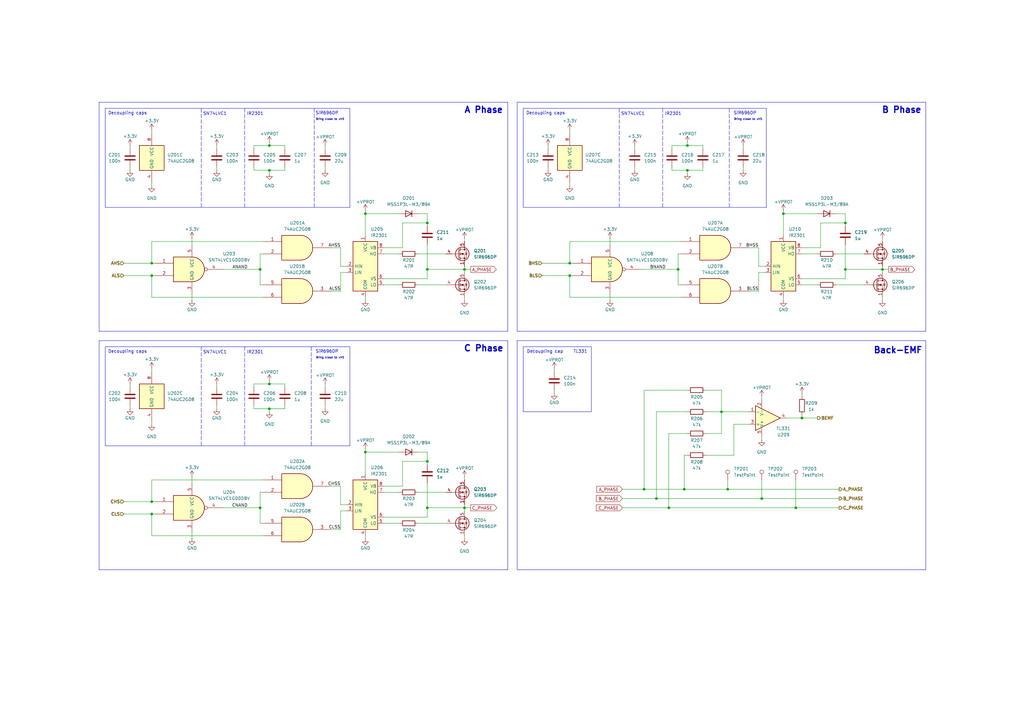
<source format=kicad_sch>
(kicad_sch (version 20250114) (generator "eeschema") (generator_version "9.0")
  (paper "A3")
  (title_block (title "SPROJ3EE ESC & BMS") (date "2025-10-25") (rev "1.0") (company "SDU") (comment 1 "Author: Theodor E. D. Hansen"))
  (rectangle (start 212.09 41.91) (end 379.73 135.89))
  (rectangle (start 214.63 142.24) (end 242.57 168.91))
  (rectangle (start 214.63 44.45) (end 314.325 85.09))
  (rectangle (start 40.64 139.7) (end 208.28 233.68))
  (rectangle (start 43.18 44.45) (end 143.51 85.09))
  (rectangle (start 43.18 142.24) (end 143.51 182.88))
  (rectangle (start 40.64 41.91) (end 208.28 135.89))
  (rectangle (start 212.09 139.7) (end 379.73 233.68))
  (text "Bring close to xHS" (at 135.382 49.022 0) (effects (font (size 0.8 0.8))))
  (text "C Phase" (at 198.374 143.002 0) (effects (font (size 2.54 2.54) (thickness 0.508) (bold yes))))
  (text "SiR696DP" (at 305.562 46.482 0) (effects (font (size 1.27 1.27))))
  (text "SN74LVC1" (at 88.138 144.526 0) (effects (font (size 1.27 1.27))))
  (text "Decoupling caps" (at 223.774 46.482 0) (effects (font (size 1.27 1.27))))
  (text "SiR696DP" (at 134.112 144.272 0) (effects (font (size 1.27 1.27))))
  (text "TL331" (at 237.998 144.272 0) (effects (font (size 1.27 1.27))))
  (text "SN74LVC1" (at 88.138 46.736 0) (effects (font (size 1.27 1.27))))
  (text "SiR696DP" (at 134.112 46.482 0) (effects (font (size 1.27 1.27))))
  (text "SN74LVC1" (at 259.588 46.736 0) (effects (font (size 1.27 1.27))))
  (text "IR2301" (at 104.648 144.526 0) (effects (font (size 1.27 1.27))))
  (text "Decoupling caps" (at 52.324 144.272 0) (effects (font (size 1.27 1.27))))
  (text "Decoupling caps" (at 52.324 46.482 0) (effects (font (size 1.27 1.27))))
  (text "B Phase" (at 369.824 45.212 0) (effects (font (size 2.54 2.54) (thickness 0.508) (bold yes))))
  (text "Bring close to xHS" (at 306.832 49.022 0) (effects (font (size 0.8 0.8))))
  (text "IR2301" (at 276.098 46.736 0) (effects (font (size 1.27 1.27))))
  (text "Bring close to xHS" (at 135.382 146.812 0) (effects (font (size 0.8 0.8))))
  (text "Back-EMF" (at 368.3 143.764 0) (effects (font (size 2.54 2.54) (thickness 0.508) (bold yes))))
  (text "A Phase" (at 198.374 45.212 0) (effects (font (size 2.54 2.54) (thickness 0.508) (bold yes))))
  (text "Decoupling cap" (at 223.52 144.272 0) (effects (font (size 1.27 1.27))))
  (text "IR2301" (at 104.648 46.736 0) (effects (font (size 1.27 1.27))))
  (junction (at 175.26 91.44))
  (junction (at 62.23 210.82))
  (junction (at 190.5 208.28))
  (junction (at 149.86 87.63))
  (junction (at 175.26 208.28))
  (junction (at 278.13 110.49))
  (junction (at 175.26 110.49))
  (junction (at 321.31 87.63))
  (junction (at 346.71 91.44))
  (junction (at 149.86 185.42))
  (junction (at 110.49 59.69))
  (junction (at 190.5 110.49))
  (junction (at 281.94 59.69))
  (junction (at 175.26 189.23))
  (junction (at 62.23 205.74))
  (junction (at 328.93 171.45))
  (junction (at 110.49 69.85))
  (junction (at 298.45 200.66))
  (junction (at 233.68 107.95))
  (junction (at 281.94 69.85))
  (junction (at 312.42 204.47))
  (junction (at 361.95 110.49))
  (junction (at 106.68 110.49))
  (junction (at 346.71 110.49))
  (junction (at 62.23 107.95))
  (junction (at 110.49 157.48))
  (junction (at 326.39 208.28))
  (junction (at 233.68 113.03))
  (junction (at 106.68 208.28))
  (junction (at 264.16 200.66))
  (junction (at 269.24 204.47))
  (junction (at 295.91 168.91))
  (junction (at 110.49 167.64))
  (junction (at 280.67 200.66))
  (junction (at 62.23 113.03))
  (junction (at 274.32 208.28))
  (wire (pts (xy 346.71 110.49) (xy 361.95 110.49)))
  (wire (pts (xy 298.45 196.85) (xy 298.45 200.66)))
  (wire (pts (xy 289.56 186.69) (xy 300.99 186.69)))
  (wire (pts (xy 139.7 217.17) (xy 139.7 209.55)))
  (wire (pts (xy 107.95 99.06) (xy 62.23 99.06)))
  (wire (pts (xy 233.68 99.06) (xy 233.68 107.95)))
  (wire (pts (xy 175.26 100.33) (xy 175.26 110.49)))
  (wire (pts (xy 274.32 208.28) (xy 326.39 208.28)))
  (wire (pts (xy 361.95 110.49) (xy 364.49 110.49)))
  (wire (pts (xy 62.23 113.03) (xy 63.5 113.03)))
  (wire (pts (xy 53.34 166.37) (xy 53.34 167.64)))
  (wire (pts (xy 346.71 114.3) (xy 346.71 110.49)))
  (wire (pts (xy 175.26 91.44) (xy 175.26 92.71)))
  (wire (pts (xy 50.8 107.95) (xy 62.23 107.95)))
  (wire (pts (xy 50.8 205.74) (xy 62.23 205.74)))
  (wire (pts (xy 175.26 208.28) (xy 190.5 208.28)))
  (wire (pts (xy 62.23 107.95) (xy 63.5 107.95)))
  (wire (pts (xy 361.95 97.79) (xy 361.95 99.06)))
  (wire (pts (xy 274.32 177.8) (xy 281.94 177.8)))
  (polyline (pts (xy 82.55 142.24) (xy 82.55 182.88)) (stroke (width 0) (type dash)))
  (wire (pts (xy 264.16 160.02) (xy 281.94 160.02)))
  (wire (pts (xy 139.7 209.55) (xy 142.24 209.55)))
  (wire (pts (xy 233.68 53.34) (xy 233.68 54.61)))
  (wire (pts (xy 157.48 214.63) (xy 163.83 214.63)))
  (wire (pts (xy 171.45 116.84) (xy 182.88 116.84)))
  (wire (pts (xy 175.26 185.42) (xy 175.26 189.23)))
  (wire (pts (xy 233.68 113.03) (xy 234.95 113.03)))
  (wire (pts (xy 311.15 101.6) (xy 311.15 109.22)))
  (wire (pts (xy 106.68 110.49) (xy 106.68 116.84)))
  (wire (pts (xy 106.68 110.49) (xy 106.68 104.14)))
  (wire (pts (xy 321.31 87.63) (xy 321.31 96.52)))
  (wire (pts (xy 328.93 161.29) (xy 328.93 162.56)))
  (wire (pts (xy 133.35 157.48) (xy 133.35 158.75)))
  (wire (pts (xy 116.84 158.75) (xy 116.84 157.48)))
  (wire (pts (xy 107.95 219.71) (xy 62.23 219.71)))
  (wire (pts (xy 269.24 168.91) (xy 269.24 204.47)))
  (polyline (pts (xy 271.78 44.45) (xy 271.78 85.09)) (stroke (width 0) (type dash)))
  (wire (pts (xy 346.71 91.44) (xy 346.71 92.71)))
  (wire (pts (xy 157.48 199.39) (xy 165.1 199.39)))
  (wire (pts (xy 262.89 110.49) (xy 278.13 110.49)))
  (wire (pts (xy 298.45 200.66) (xy 344.17 200.66)))
  (wire (pts (xy 300.99 186.69) (xy 300.99 173.99)))
  (wire (pts (xy 91.44 208.28) (xy 106.68 208.28)))
  (wire (pts (xy 279.4 116.84) (xy 278.13 116.84)))
  (wire (pts (xy 328.93 114.3) (xy 346.71 114.3)))
  (wire (pts (xy 62.23 99.06) (xy 62.23 107.95)))
  (wire (pts (xy 110.49 69.85) (xy 110.49 71.12)))
  (wire (pts (xy 133.35 59.69) (xy 133.35 60.96)))
  (wire (pts (xy 269.24 168.91) (xy 281.94 168.91)))
  (wire (pts (xy 346.71 87.63) (xy 346.71 91.44)))
  (wire (pts (xy 104.14 157.48) (xy 104.14 158.75)))
  (wire (pts (xy 255.27 200.66) (xy 264.16 200.66)))
  (wire (pts (xy 227.33 160.02) (xy 227.33 161.29)))
  (wire (pts (xy 190.5 110.49) (xy 193.04 110.49)))
  (wire (pts (xy 326.39 196.85) (xy 326.39 208.28)))
  (wire (pts (xy 281.94 58.42) (xy 281.94 59.69)))
  (wire (pts (xy 336.55 91.44) (xy 346.71 91.44)))
  (wire (pts (xy 157.48 114.3) (xy 175.26 114.3)))
  (wire (pts (xy 171.45 104.14) (xy 182.88 104.14)))
  (wire (pts (xy 361.95 121.92) (xy 361.95 123.19)))
  (wire (pts (xy 88.9 157.48) (xy 88.9 158.75)))
  (wire (pts (xy 104.14 59.69) (xy 104.14 60.96)))
  (wire (pts (xy 274.32 177.8) (xy 274.32 208.28)))
  (wire (pts (xy 321.31 121.92) (xy 321.31 123.19)))
  (wire (pts (xy 328.93 171.45) (xy 335.28 171.45)))
  (wire (pts (xy 135.89 119.38) (xy 139.7 119.38)))
  (wire (pts (xy 149.86 219.71) (xy 149.86 220.98)))
  (wire (pts (xy 78.74 120.65) (xy 78.74 123.19)))
  (wire (pts (xy 279.4 121.92) (xy 233.68 121.92)))
  (wire (pts (xy 62.23 196.85) (xy 62.23 205.74)))
  (wire (pts (xy 307.34 119.38) (xy 311.15 119.38)))
  (wire (pts (xy 326.39 208.28) (xy 344.17 208.28)))
  (wire (pts (xy 281.94 69.85) (xy 281.94 71.12)))
  (wire (pts (xy 255.27 208.28) (xy 274.32 208.28)))
  (wire (pts (xy 328.93 116.84) (xy 335.28 116.84)))
  (wire (pts (xy 321.31 86.36) (xy 321.31 87.63)))
  (wire (pts (xy 312.42 162.56) (xy 312.42 163.83)))
  (wire (pts (xy 224.79 68.58) (xy 224.79 69.85)))
  (wire (pts (xy 278.13 110.49) (xy 278.13 116.84)))
  (wire (pts (xy 264.16 160.02) (xy 264.16 200.66)))
  (wire (pts (xy 116.84 60.96) (xy 116.84 59.69)))
  (wire (pts (xy 300.99 173.99) (xy 307.34 173.99)))
  (wire (pts (xy 139.7 109.22) (xy 142.24 109.22)))
  (wire (pts (xy 190.5 121.92) (xy 190.5 123.19)))
  (wire (pts (xy 171.45 87.63) (xy 175.26 87.63)))
  (wire (pts (xy 361.95 110.49) (xy 361.95 111.76)))
  (wire (pts (xy 106.68 208.28) (xy 106.68 214.63)))
  (wire (pts (xy 233.68 107.95) (xy 234.95 107.95)))
  (wire (pts (xy 50.8 113.03) (xy 62.23 113.03)))
  (wire (pts (xy 281.94 59.69) (xy 275.59 59.69)))
  (wire (pts (xy 104.14 167.64) (xy 110.49 167.64)))
  (wire (pts (xy 171.45 201.93) (xy 182.88 201.93)))
  (wire (pts (xy 278.13 104.14) (xy 279.4 104.14)))
  (wire (pts (xy 149.86 86.36) (xy 149.86 87.63)))
  (wire (pts (xy 149.86 185.42) (xy 163.83 185.42)))
  (wire (pts (xy 165.1 101.6) (xy 165.1 91.44)))
  (wire (pts (xy 224.79 59.69) (xy 224.79 60.96)))
  (wire (pts (xy 139.7 111.76) (xy 142.24 111.76)))
  (wire (pts (xy 104.14 166.37) (xy 104.14 167.64)))
  (wire (pts (xy 346.71 100.33) (xy 346.71 110.49)))
  (polyline (pts (xy 128.905 44.45) (xy 128.905 85.09)) (stroke (width 0) (type dash)))
  (wire (pts (xy 311.15 119.38) (xy 311.15 111.76)))
  (wire (pts (xy 171.45 214.63) (xy 182.88 214.63)))
  (wire (pts (xy 190.5 207.01) (xy 190.5 208.28)))
  (wire (pts (xy 135.89 199.39) (xy 139.7 199.39)))
  (wire (pts (xy 255.27 204.47) (xy 269.24 204.47)))
  (wire (pts (xy 280.67 200.66) (xy 298.45 200.66)))
  (wire (pts (xy 62.23 219.71) (xy 62.23 210.82)))
  (wire (pts (xy 289.56 168.91) (xy 295.91 168.91)))
  (wire (pts (xy 110.49 157.48) (xy 104.14 157.48)))
  (wire (pts (xy 328.93 101.6) (xy 336.55 101.6)))
  (wire (pts (xy 149.86 184.15) (xy 149.86 185.42)))
  (wire (pts (xy 269.24 204.47) (xy 312.42 204.47)))
  (wire (pts (xy 260.35 59.69) (xy 260.35 60.96)))
  (wire (pts (xy 149.86 87.63) (xy 149.86 96.52)))
  (wire (pts (xy 175.26 114.3) (xy 175.26 110.49)))
  (wire (pts (xy 107.95 196.85) (xy 62.23 196.85)))
  (wire (pts (xy 135.89 101.6) (xy 139.7 101.6)))
  (wire (pts (xy 157.48 101.6) (xy 165.1 101.6)))
  (wire (pts (xy 157.48 104.14) (xy 163.83 104.14)))
  (wire (pts (xy 190.5 97.79) (xy 190.5 99.06)))
  (wire (pts (xy 175.26 198.12) (xy 175.26 208.28)))
  (wire (pts (xy 104.14 69.85) (xy 110.49 69.85)))
  (wire (pts (xy 304.8 68.58) (xy 304.8 69.85)))
  (wire (pts (xy 139.7 199.39) (xy 139.7 207.01)))
  (wire (pts (xy 110.49 59.69) (xy 104.14 59.69)))
  (wire (pts (xy 110.49 167.64) (xy 110.49 168.91)))
  (wire (pts (xy 275.59 69.85) (xy 281.94 69.85)))
  (wire (pts (xy 342.9 104.14) (xy 354.33 104.14)))
  (wire (pts (xy 280.67 186.69) (xy 280.67 200.66)))
  (wire (pts (xy 62.23 205.74) (xy 63.5 205.74)))
  (wire (pts (xy 175.26 87.63) (xy 175.26 91.44)))
  (wire (pts (xy 133.35 68.58) (xy 133.35 69.85)))
  (wire (pts (xy 279.4 99.06) (xy 233.68 99.06)))
  (polyline (pts (xy 254 44.45) (xy 254 85.09)) (stroke (width 0) (type dash)))
  (wire (pts (xy 165.1 91.44) (xy 175.26 91.44)))
  (wire (pts (xy 295.91 168.91) (xy 307.34 168.91)))
  (wire (pts (xy 62.23 172.72) (xy 62.23 173.99)))
  (wire (pts (xy 62.23 210.82) (xy 63.5 210.82)))
  (wire (pts (xy 295.91 177.8) (xy 295.91 168.91)))
  (wire (pts (xy 149.86 87.63) (xy 163.83 87.63)))
  (wire (pts (xy 312.42 204.47) (xy 344.17 204.47)))
  (wire (pts (xy 78.74 195.58) (xy 78.74 198.12)))
  (wire (pts (xy 116.84 167.64) (xy 116.84 166.37)))
  (wire (pts (xy 311.15 109.22) (xy 313.69 109.22)))
  (polyline (pts (xy 127.635 142.24) (xy 127.635 182.88)) (stroke (width 0) (type dash)))
  (wire (pts (xy 110.49 167.64) (xy 116.84 167.64)))
  (wire (pts (xy 107.95 116.84) (xy 106.68 116.84)))
  (wire (pts (xy 107.95 121.92) (xy 62.23 121.92)))
  (wire (pts (xy 53.34 68.58) (xy 53.34 69.85)))
  (wire (pts (xy 157.48 116.84) (xy 163.83 116.84)))
  (wire (pts (xy 106.68 104.14) (xy 107.95 104.14)))
  (wire (pts (xy 307.34 101.6) (xy 311.15 101.6)))
  (wire (pts (xy 175.26 212.09) (xy 175.26 208.28)))
  (wire (pts (xy 104.14 68.58) (xy 104.14 69.85)))
  (wire (pts (xy 227.33 151.13) (xy 227.33 152.4)))
  (wire (pts (xy 190.5 208.28) (xy 190.5 209.55)))
  (wire (pts (xy 106.68 201.93) (xy 107.95 201.93)))
  (wire (pts (xy 110.49 58.42) (xy 110.49 59.69)))
  (wire (pts (xy 190.5 208.28) (xy 193.04 208.28)))
  (wire (pts (xy 304.8 59.69) (xy 304.8 60.96)))
  (wire (pts (xy 275.59 59.69) (xy 275.59 60.96)))
  (wire (pts (xy 135.89 217.17) (xy 139.7 217.17)))
  (wire (pts (xy 233.68 121.92) (xy 233.68 113.03)))
  (wire (pts (xy 275.59 68.58) (xy 275.59 69.85)))
  (wire (pts (xy 62.23 53.34) (xy 62.23 54.61)))
  (wire (pts (xy 91.44 110.49) (xy 106.68 110.49)))
  (wire (pts (xy 328.93 171.45) (xy 328.93 170.18)))
  (wire (pts (xy 62.23 151.13) (xy 62.23 152.4)))
  (wire (pts (xy 110.49 156.21) (xy 110.49 157.48)))
  (wire (pts (xy 116.84 69.85) (xy 116.84 68.58)))
  (wire (pts (xy 190.5 219.71) (xy 190.5 220.98)))
  (wire (pts (xy 62.23 74.93) (xy 62.23 76.2)))
  (wire (pts (xy 288.29 69.85) (xy 288.29 68.58)))
  (polyline (pts (xy 100.33 142.24) (xy 100.33 182.88)) (stroke (width 0) (type dash)))
  (wire (pts (xy 110.49 69.85) (xy 116.84 69.85)))
  (wire (pts (xy 106.68 208.28) (xy 106.68 201.93)))
  (wire (pts (xy 278.13 110.49) (xy 278.13 104.14)))
  (wire (pts (xy 165.1 189.23) (xy 175.26 189.23)))
  (wire (pts (xy 53.34 59.69) (xy 53.34 60.96)))
  (wire (pts (xy 281.94 69.85) (xy 288.29 69.85)))
  (wire (pts (xy 289.56 177.8) (xy 295.91 177.8)))
  (wire (pts (xy 149.86 121.92) (xy 149.86 123.19)))
  (wire (pts (xy 78.74 97.79) (xy 78.74 100.33)))
  (wire (pts (xy 311.15 111.76) (xy 313.69 111.76)))
  (wire (pts (xy 175.26 189.23) (xy 175.26 190.5)))
  (polyline (pts (xy 299.085 44.45) (xy 299.085 85.09)) (stroke (width 0) (type dash)))
  (wire (pts (xy 88.9 166.37) (xy 88.9 167.64)))
  (wire (pts (xy 328.93 104.14) (xy 335.28 104.14)))
  (wire (pts (xy 250.19 120.65) (xy 250.19 123.19)))
  (wire (pts (xy 116.84 59.69) (xy 110.49 59.69)))
  (wire (pts (xy 139.7 101.6) (xy 139.7 109.22)))
  (wire (pts (xy 281.94 186.69) (xy 280.67 186.69)))
  (wire (pts (xy 342.9 87.63) (xy 346.71 87.63)))
  (wire (pts (xy 133.35 166.37) (xy 133.35 167.64)))
  (wire (pts (xy 53.34 157.48) (xy 53.34 158.75)))
  (wire (pts (xy 149.86 185.42) (xy 149.86 194.31)))
  (wire (pts (xy 233.68 74.93) (xy 233.68 76.2)))
  (wire (pts (xy 175.26 110.49) (xy 190.5 110.49)))
  (wire (pts (xy 107.95 214.63) (xy 106.68 214.63)))
  (wire (pts (xy 342.9 116.84) (xy 354.33 116.84)))
  (wire (pts (xy 165.1 199.39) (xy 165.1 189.23)))
  (wire (pts (xy 336.55 101.6) (xy 336.55 91.44)))
  (wire (pts (xy 88.9 68.58) (xy 88.9 69.85)))
  (wire (pts (xy 190.5 195.58) (xy 190.5 196.85)))
  (wire (pts (xy 288.29 60.96) (xy 288.29 59.69)))
  (wire (pts (xy 222.25 107.95) (xy 233.68 107.95)))
  (wire (pts (xy 88.9 59.69) (xy 88.9 60.96)))
  (wire (pts (xy 139.7 207.01) (xy 142.24 207.01)))
  (wire (pts (xy 139.7 119.38) (xy 139.7 111.76)))
  (wire (pts (xy 190.5 109.22) (xy 190.5 110.49)))
  (wire (pts (xy 157.48 212.09) (xy 175.26 212.09)))
  (wire (pts (xy 157.48 201.93) (xy 163.83 201.93)))
  (wire (pts (xy 321.31 87.63) (xy 335.28 87.63)))
  (wire (pts (xy 62.23 121.92) (xy 62.23 113.03)))
  (wire (pts (xy 322.58 171.45) (xy 328.93 171.45)))
  (wire (pts (xy 264.16 200.66) (xy 280.67 200.66)))
  (wire (pts (xy 260.35 68.58) (xy 260.35 69.85)))
  (wire (pts (xy 222.25 113.03) (xy 233.68 113.03)))
  (wire (pts (xy 295.91 160.02) (xy 295.91 168.91)))
  (polyline (pts (xy 100.33 44.45) (xy 100.33 85.09)) (stroke (width 0) (type dash)))
  (wire (pts (xy 289.56 160.02) (xy 295.91 160.02)))
  (wire (pts (xy 312.42 179.07) (xy 312.42 180.34)))
  (wire (pts (xy 78.74 218.44) (xy 78.74 220.98)))
  (wire (pts (xy 50.8 210.82) (xy 62.23 210.82)))
  (polyline (pts (xy 82.55 44.45) (xy 82.55 85.09)) (stroke (width 0) (type dash)))
  (wire (pts (xy 171.45 185.42) (xy 175.26 185.42)))
  (wire (pts (xy 312.42 196.85) (xy 312.42 204.47)))
  (wire (pts (xy 250.19 97.79) (xy 250.19 100.33)))
  (wire (pts (xy 190.5 110.49) (xy 190.5 111.76)))
  (wire (pts (xy 116.84 157.48) (xy 110.49 157.48)))
  (wire (pts (xy 361.95 109.22) (xy 361.95 110.49)))
  (wire (pts (xy 288.29 59.69) (xy 281.94 59.69)))
  (label "CHSS" (at 139.7 199.39 180))
  (label "BLSS" (at 311.15 119.38 180))
  (label "CLSS" (at 139.7 217.17 180))
  (label "BHSS" (at 311.15 101.6 180))
  (label "AHSS" (at 139.7 101.6 180))
  (label "BNAND" (at 273.05 110.49 180))
  (label "ANAND" (at 101.6 110.49 180))
  (label "ALSS" (at 139.7 119.38 180))
  (label "CNAND" (at 101.6 208.28 180))
  (global_label "B_PHASE" (shape output) (at 364.49 110.49 0) (property "Intersheetrefs" "${INTERSHEET_REFS}" (effects (hide yes))))
  (global_label "C_PHASE" (shape output) (at 193.04 208.28 0) (property "Intersheetrefs" "${INTERSHEET_REFS}" (effects (hide yes))))
  (global_label "C_PHASE" (shape input) (at 255.27 208.28 180) (property "Intersheetrefs" "${INTERSHEET_REFS}" (effects (hide yes))))
  (global_label "A_PHASE" (shape input) (at 255.27 200.66 180) (property "Intersheetrefs" "${INTERSHEET_REFS}" (effects (hide yes))))
  (global_label "A_PHASE" (shape output) (at 193.04 110.49 0) (property "Intersheetrefs" "${INTERSHEET_REFS}" (effects (hide yes))))
  (global_label "B_PHASE" (shape input) (at 255.27 204.47 180) (property "Intersheetrefs" "${INTERSHEET_REFS}" (effects (hide yes))))
  (hierarchical_label "A_PHASE" (shape output) (at 344.17 200.66 0) (effects (font (thickness 0.254) (bold yes))))
  (hierarchical_label "AHS" (shape input) (at 50.8 107.95 180) (effects (font (thickness 0.254) (bold yes))))
  (hierarchical_label "BHS" (shape input) (at 222.25 107.95 180) (effects (font (thickness 0.254) (bold yes))))
  (hierarchical_label "B_PHASE" (shape output) (at 344.17 204.47 0) (effects (font (thickness 0.254) (bold yes))))
  (hierarchical_label "ALS" (shape input) (at 50.8 113.03 180) (effects (font (thickness 0.254) (bold yes))))
  (hierarchical_label "CLS" (shape input) (at 50.8 210.82 180) (effects (font (thickness 0.254) (bold yes))))
  (hierarchical_label "CHS" (shape input) (at 50.8 205.74 180) (effects (font (thickness 0.254) (bold yes))))
  (hierarchical_label "BEMF" (shape output) (at 335.28 171.45 0) (effects (font (thickness 0.254) (bold yes))))
  (hierarchical_label "C_PHASE" (shape output) (at 344.17 208.28 0) (effects (font (thickness 0.254) (bold yes))))
  (hierarchical_label "BLS" (shape input) (at 222.25 113.03 180) (effects (font (thickness 0.254) (bold yes))))
  (symbol (lib_id "power:VBUS") (at 110.49 58.42 0) (unit 1)
    (property "Reference" "#PWR0217" (effects (hide yes)))
    (property "Value" "+VPROT" (at 110.49 54.864 0))
    (property "Description" "Power symbol creates a global label with name \"VBUS\"" (effects (hide yes)))
  )
  (symbol (lib_id "power:GND") (at 312.42 180.34 0) (unit 1)
    (property "Reference" "#PWR0248" (effects (hide yes)))
    (property "Value" "GND" (at 312.42 185.42 0))
    (property "Description" "Power symbol creates a global label with name \"GND\" , ground" (effects (hide yes)))
  )
  (symbol (lib_id "power:GND") (at 149.86 220.98 0) (unit 1)
    (property "Reference" "#PWR0228" (effects (hide yes)))
    (property "Value" "GND" (at 149.86 224.79 0))
    (property "Description" "Power symbol creates a global label with name \"GND\" , ground" (effects (hide yes)))
  )
  (symbol (lib_id "Device:R") (at 285.75 168.91 90) (unit 1)
    (property "Reference" "R206" (at 285.75 171.704 90))
    (property "Value" "47k" (at 285.75 174.244 90))
    (property "Footprint" "Resistor_SMD:R_0603_1608Metric" (effects (hide yes)))
    (property "Description" "Resistor" (effects (hide yes)))
  )
  (symbol (lib_id "Transistor_FET:SiR696DP") (at 187.96 201.93 0) (unit 1)
    (property "Reference" "Q203" (at 194.31 200.6599 0) (effects (justify left)))
    (property "Value" "SiR696DP" (at 194.31 203.1999 0) (effects (justify left)))
    (property "Footprint" "Package_SO:PowerPAK_SO-8_Single" (effects (hide yes)))
    (property "Datasheet" "https://www.vishay.com/docs/65689/sir696dp.pdf" (effects (hide yes)))
    (property "Description" "60A Id, 125V Vds N-Channel MOSFET, 9.6mOhm Ron, 19.4 nC Qg(typ), PowerPAK-8" (effects (hide yes)))
  )
  (symbol (lib_id "Device:R") (at 339.09 116.84 90) (unit 1)
    (property "Reference" "R211" (at 339.09 119.634 90))
    (property "Value" "47R" (at 339.09 122.174 90))
    (property "Footprint" "Resistor_SMD:R_0603_1608Metric" (effects (hide yes)))
    (property "Description" "Resistor" (effects (hide yes)))
  )
  (symbol (lib_id "74xGxx:74AUC2G08") (at 294.64 101.6 0) (unit 1)
    (property "Reference" "U207" (at 293.3589 91.44 0))
    (property "Value" "74AUC2G08" (at 293.3589 93.98 0))
    (property "Footprint" "Package_SO:SSOP-8_2.95x2.8mm_P0.65mm" (effects (hide yes)))
    (property "Datasheet" "http://www.ti.com/lit/sg/scyt129e/scyt129e.pdf" (effects (hide yes)))
    (property "Description" "Dual AND Gate, Low-Voltage CMOS" (effects (hide yes)))
  )
  (symbol (lib_id "power:VBUS") (at 281.94 58.42 0) (unit 1)
    (property "Reference" "#PWR0243" (effects (hide yes)))
    (property "Value" "+VPROT" (at 281.94 54.864 0))
    (property "Description" "Power symbol creates a global label with name \"VBUS\"" (effects (hide yes)))
  )
  (symbol (lib_id "power:GND") (at 281.94 71.12 0) (unit 1)
    (property "Reference" "#PWR0244" (effects (hide yes)))
    (property "Value" "GND" (at 281.94 76.2 0))
    (property "Description" "Power symbol creates a global label with name \"GND\" , ground" (effects (hide yes)))
  )
  (symbol (lib_id "power:GND") (at 88.9 69.85 0) (unit 1)
    (property "Reference" "#PWR0214" (effects (hide yes)))
    (property "Value" "GND" (at 88.9 73.66 0))
    (property "Description" "Power symbol creates a global label with name \"GND\" , ground" (effects (hide yes)))
  )
  (symbol (lib_id "Driver_FET:IR2301") (at 321.31 109.22 0) (unit 1)
    (property "Reference" "U210" (at 323.4533 93.98 0) (effects (justify left)))
    (property "Value" "IR2301" (at 323.4533 96.52 0) (effects (justify left)))
    (property "Footprint" "Package_SO:SOIC-8_3.9x4.9mm_P1.27mm" (effects (hide yes)))
    (property "Datasheet" "https://www.infineon.com/dgdl/ir2301.pdf?fileId=5546d462533600a4015355c97bb216dc" (effects (hide yes)))
    (property "Description" "High and Low Side Driver, 600V, 200/350mA, PDIP-8/SOIC-8" (effects (hide yes)))
  )
  (symbol (lib_id "Transistor_FET:SiR696DP") (at 359.41 104.14 0) (unit 1)
    (property "Reference" "Q205" (at 365.76 102.8699 0) (effects (justify left)))
    (property "Value" "SiR696DP" (at 365.76 105.4099 0) (effects (justify left)))
    (property "Footprint" "Package_SO:PowerPAK_SO-8_Single" (effects (hide yes)))
    (property "Datasheet" "https://www.vishay.com/docs/65689/sir696dp.pdf" (effects (hide yes)))
    (property "Description" "60A Id, 125V Vds N-Channel MOSFET, 9.6mOhm Ron, 19.4 nC Qg(typ), PowerPAK-8" (effects (hide yes)))
  )
  (symbol (lib_id "power:+3.3V") (at 224.79 59.69 0) (unit 1)
    (property "Reference" "#PWR0233" (effects (hide yes)))
    (property "Value" "+3.3V" (at 224.79 55.88 0))
    (property "Description" "Power symbol creates a global label with name \"+3.3V\"" (effects (hide yes)))
  )
  (symbol (lib_id "Device:C") (at 346.71 96.52 0) (unit 1)
    (property "Reference" "C219" (at 350.52 95.2499 0) (effects (justify left)))
    (property "Value" "1u" (at 350.52 97.7899 0) (effects (justify left)))
    (property "Footprint" "Capacitor_SMD:C_0603_1608Metric" (effects (hide yes)))
    (property "Description" "Unpolarized capacitor" (effects (hide yes)))
  )
  (symbol (lib_id "power:+3.3V") (at 62.23 53.34 0) (unit 1)
    (property "Reference" "#PWR0205" (effects (hide yes)))
    (property "Value" "+3.3V" (at 62.23 49.53 0))
    (property "Description" "Power symbol creates a global label with name \"+3.3V\"" (effects (hide yes)))
  )
  (symbol (lib_id "power:GND") (at 149.86 123.19 0) (unit 1)
    (property "Reference" "#PWR0226" (effects (hide yes)))
    (property "Value" "GND" (at 149.86 127 0))
    (property "Description" "Power symbol creates a global label with name \"GND\" , ground" (effects (hide yes)))
  )
  (symbol (lib_id "Device:R") (at 167.64 201.93 90) (unit 1)
    (property "Reference" "R203" (at 167.64 204.47 90))
    (property "Value" "47R" (at 167.64 207.01 90))
    (property "Footprint" "Resistor_SMD:R_0603_1608Metric" (effects (hide yes)))
    (property "Description" "Resistor" (effects (hide yes)))
  )
  (symbol (lib_id "power:+3.3V") (at 88.9 59.69 0) (unit 1)
    (property "Reference" "#PWR0213" (effects (hide yes)))
    (property "Value" "+3.3V" (at 88.9 55.88 0))
    (property "Description" "Power symbol creates a global label with name \"+3.3V\"" (effects (hide yes)))
  )
  (symbol (lib_id "power:GND") (at 53.34 167.64 0) (unit 1)
    (property "Reference" "#PWR0204" (effects (hide yes)))
    (property "Value" "GND" (at 53.34 171.45 0))
    (property "Description" "Power symbol creates a global label with name \"GND\" , ground" (effects (hide yes)))
  )
  (symbol (lib_id "power:VBUS") (at 133.35 157.48 0) (unit 1)
    (property "Reference" "#PWR0223" (effects (hide yes)))
    (property "Value" "+VPROT" (at 133.35 153.924 0))
    (property "Description" "Power symbol creates a global label with name \"VBUS\"" (effects (hide yes)))
  )
  (symbol (lib_id "Device:C") (at 133.35 64.77 0) (unit 1)
    (property "Reference" "C209" (at 137.16 63.4999 0) (effects (justify left)))
    (property "Value" "22u" (at 137.16 66.0399 0) (effects (justify left)))
    (property "Footprint" "Capacitor_SMD:C_0805_2012Metric_Pad1.18x1.45mm_HandSolder" (effects (hide yes)))
    (property "Description" "Unpolarized capacitor" (effects (hide yes)))
  )
  (symbol (lib_id "Device:C") (at 133.35 162.56 0) (unit 1)
    (property "Reference" "C210" (at 137.16 161.2899 0) (effects (justify left)))
    (property "Value" "22u" (at 137.16 163.8299 0) (effects (justify left)))
    (property "Footprint" "Capacitor_SMD:C_0805_2012Metric_Pad1.18x1.45mm_HandSolder" (effects (hide yes)))
    (property "Description" "Unpolarized capacitor" (effects (hide yes)))
  )
  (symbol (lib_id "power:VBUS") (at 304.8 59.69 0) (unit 1)
    (property "Reference" "#PWR0245" (effects (hide yes)))
    (property "Value" "+VPROT" (at 304.8 56.134 0))
    (property "Description" "Power symbol creates a global label with name \"VBUS\"" (effects (hide yes)))
  )
  (symbol (lib_id "power:GND") (at 62.23 76.2 0) (unit 1)
    (property "Reference" "#PWR0206" (effects (hide yes)))
    (property "Value" "GND" (at 62.23 81.28 0))
    (property "Description" "Power symbol creates a global label with name \"GND\" , ground" (effects (hide yes)))
  )
  (symbol (lib_id "power:+3.3V") (at 78.74 97.79 0) (unit 1)
    (property "Reference" "#PWR0209" (effects (hide yes)))
    (property "Value" "+3.3V" (at 78.74 93.98 0))
    (property "Description" "Power symbol creates a global label with name \"+3.3V\"" (effects (hide yes)))
  )
  (symbol (lib_id "power:+3.3V") (at 260.35 59.69 0) (unit 1)
    (property "Reference" "#PWR0241" (effects (hide yes)))
    (property "Value" "+3.3V" (at 260.35 55.88 0))
    (property "Description" "Power symbol creates a global label with name \"+3.3V\"" (effects (hide yes)))
  )
  (symbol (lib_id "Connector:TestPoint") (at 312.42 196.85 0) (unit 1)
    (property "Reference" "TP202" (at 314.96 192.2779 0) (effects (justify left)))
    (property "Value" "TestPoint" (at 314.96 194.8179 0) (effects (justify left)))
    (property "Footprint" "TestPoint:TestPoint_Pad_D1.0mm" (effects (hide yes)))
    (property "Description" "test point" (effects (hide yes)))
  )
  (symbol (lib_id "power:VBUS") (at 321.31 86.36 0) (unit 1)
    (property "Reference" "#PWR0249" (effects (hide yes)))
    (property "Value" "+VPROT" (at 321.31 82.804 0))
    (property "Description" "Power symbol creates a global label with name \"VBUS\"" (effects (hide yes)))
  )
  (symbol (lib_id "power:+3.3V") (at 78.74 195.58 0) (unit 1)
    (property "Reference" "#PWR0211" (effects (hide yes)))
    (property "Value" "+3.3V" (at 78.74 191.77 0))
    (property "Description" "Power symbol creates a global label with name \"+3.3V\"" (effects (hide yes)))
  )
  (symbol (lib_id "Diode:S2JTR") (at 339.09 87.63 180) (unit 1)
    (property "Reference" "D203" (at 339.09 81.28 0))
    (property "Value" "MSS1P3L-M3/89A" (at 339.09 83.82 0))
    (property "Footprint" "Diode_SMD:Vishay_SMPA" (effects (hide yes)))
    (property "Datasheet" "https://www.vishay.com/docs/89020/mss1p3l.pdf" (effects (hide yes)))
    (property "Description" "600V 2A General Purpose Rectifier Diode, SMB" (effects (hide yes)))
    (property "Sim.Device" "D" (effects (hide yes)))
    (property "Sim.Pins" "1=K 2=A" (effects (hide yes)))
  )
  (symbol (lib_id "power:GND") (at 62.23 173.99 0) (unit 1)
    (property "Reference" "#PWR0208" (effects (hide yes)))
    (property "Value" "GND" (at 62.23 179.07 0))
    (property "Description" "Power symbol creates a global label with name \"GND\" , ground" (effects (hide yes)))
  )
  (symbol (lib_id "power:+3.3V") (at 88.9 157.48 0) (unit 1)
    (property "Reference" "#PWR0215" (effects (hide yes)))
    (property "Value" "+3.3V" (at 88.9 153.67 0))
    (property "Description" "Power symbol creates a global label with name \"+3.3V\"" (effects (hide yes)))
  )
  (symbol (lib_id "Transistor_FET:SiR696DP") (at 187.96 104.14 0) (unit 1)
    (property "Reference" "Q201" (at 194.31 102.8699 0) (effects (justify left)))
    (property "Value" "SiR696DP" (at 194.31 105.4099 0) (effects (justify left)))
    (property "Footprint" "Package_SO:PowerPAK_SO-8_Single" (effects (hide yes)))
    (property "Datasheet" "https://www.vishay.com/docs/65689/sir696dp.pdf" (effects (hide yes)))
    (property "Description" "60A Id, 125V Vds N-Channel MOSFET, 9.6mOhm Ron, 19.4 nC Qg(typ), PowerPAK-8" (effects (hide yes)))
  )
  (symbol (lib_id "Connector:TestPoint") (at 298.45 196.85 0) (unit 1)
    (property "Reference" "TP201" (at 300.99 192.2779 0) (effects (justify left)))
    (property "Value" "TestPoint" (at 300.99 194.8179 0) (effects (justify left)))
    (property "Footprint" "TestPoint:TestPoint_Pad_D1.0mm" (effects (hide yes)))
    (property "Description" "test point" (effects (hide yes)))
  )
  (symbol (lib_id "power:GND") (at 361.95 123.19 0) (unit 1)
    (property "Reference" "#PWR0253" (effects (hide yes)))
    (property "Value" "GND" (at 361.95 128.27 0))
    (property "Description" "Power symbol creates a global label with name \"GND\" , ground" (effects (hide yes)))
  )
  (symbol (lib_id "Device:R") (at 328.93 166.37 180) (unit 1)
    (property "Reference" "R209" (at 332.74 165.354 0))
    (property "Value" "1k" (at 332.74 167.894 0))
    (property "Footprint" "Resistor_SMD:R_0603_1608Metric" (effects (hide yes)))
    (property "Description" "Resistor" (effects (hide yes)))
  )
  (symbol (lib_id "Device:C") (at 116.84 162.56 0) (unit 1)
    (property "Reference" "C208" (at 120.65 161.2899 0) (effects (justify left)))
    (property "Value" "1u" (at 120.65 163.8299 0) (effects (justify left)))
    (property "Footprint" "Capacitor_SMD:C_0603_1608Metric" (effects (hide yes)))
    (property "Description" "Unpolarized capacitor" (effects (hide yes)))
  )
  (symbol (lib_id "Device:C") (at 88.9 64.77 0) (unit 1)
    (property "Reference" "C203" (at 92.71 63.4999 0) (effects (justify left)))
    (property "Value" "100n" (at 92.71 66.0399 0) (effects (justify left)))
    (property "Footprint" "Capacitor_SMD:C_0603_1608Metric" (effects (hide yes)))
    (property "Description" "Unpolarized capacitor" (effects (hide yes)))
  )
  (symbol (lib_id "74xGxx:74AUC2G08") (at 123.19 119.38 0) (unit 2)
    (property "Reference" "U201" (at 121.9089 109.22 0))
    (property "Value" "74AUC2G08" (at 121.9089 111.76 0))
    (property "Footprint" "Package_SO:SSOP-8_2.95x2.8mm_P0.65mm" (effects (hide yes)))
    (property "Datasheet" "http://www.ti.com/lit/sg/scyt129e/scyt129e.pdf" (effects (hide yes)))
    (property "Description" "Dual AND Gate, Low-Voltage CMOS" (effects (hide yes)))
  )
  (symbol (lib_id "Device:C") (at 104.14 64.77 0) (unit 1)
    (property "Reference" "C205" (at 107.95 63.4999 0) (effects (justify left)))
    (property "Value" "100n" (at 107.95 66.0399 0) (effects (justify left)))
    (property "Footprint" "Capacitor_SMD:C_0603_1608Metric" (effects (hide yes)))
    (property "Description" "Unpolarized capacitor" (effects (hide yes)))
  )
  (symbol (lib_id "power:+3.3V") (at 250.19 97.79 0) (unit 1)
    (property "Reference" "#PWR0239" (effects (hide yes)))
    (property "Value" "+3.3V" (at 250.19 93.98 0))
    (property "Description" "Power symbol creates a global label with name \"+3.3V\"" (effects (hide yes)))
  )
  (symbol (lib_id "power:GND") (at 260.35 69.85 0) (unit 1)
    (property "Reference" "#PWR0242" (effects (hide yes)))
    (property "Value" "GND" (at 260.35 73.66 0))
    (property "Description" "Power symbol creates a global label with name \"GND\" , ground" (effects (hide yes)))
  )
  (symbol (lib_id "power:GND") (at 321.31 123.19 0) (unit 1)
    (property "Reference" "#PWR0250" (effects (hide yes)))
    (property "Value" "GND" (at 321.31 127 0))
    (property "Description" "Power symbol creates a global label with name \"GND\" , ground" (effects (hide yes)))
  )
  (symbol (lib_id "power:VBUS") (at 361.95 97.79 0) (unit 1)
    (property "Reference" "#PWR0252" (effects (hide yes)))
    (property "Value" "+VPROT" (at 361.95 94.234 0))
    (property "Description" "Power symbol creates a global label with name \"VBUS\"" (effects (hide yes)))
  )
  (symbol (lib_id "Device:R") (at 167.64 214.63 90) (unit 1)
    (property "Reference" "R204" (at 167.64 217.424 90))
    (property "Value" "47R" (at 167.64 219.964 90))
    (property "Footprint" "Resistor_SMD:R_0603_1608Metric" (effects (hide yes)))
    (property "Description" "Resistor" (effects (hide yes)))
  )
  (symbol (lib_id "Device:C") (at 175.26 194.31 0) (unit 1)
    (property "Reference" "C212" (at 179.07 193.0399 0) (effects (justify left)))
    (property "Value" "1u" (at 179.07 195.5799 0) (effects (justify left)))
    (property "Footprint" "Capacitor_SMD:C_0603_1608Metric" (effects (hide yes)))
    (property "Description" "Unpolarized capacitor" (effects (hide yes)))
  )
  (symbol (lib_id "Device:C") (at 227.33 156.21 0) (unit 1)
    (property "Reference" "C214" (at 231.14 154.9399 0) (effects (justify left)))
    (property "Value" "100n" (at 231.14 157.4799 0) (effects (justify left)))
    (property "Footprint" "Capacitor_SMD:C_0603_1608Metric" (effects (hide yes)))
    (property "Description" "Unpolarized capacitor" (effects (hide yes)))
  )
  (symbol (lib_id "power:GND") (at 227.33 161.29 0) (unit 1)
    (property "Reference" "#PWR0236" (effects (hide yes)))
    (property "Value" "GND" (at 227.33 165.1 0))
    (property "Description" "Power symbol creates a global label with name \"GND\" , ground" (effects (hide yes)))
  )
  (symbol (lib_id "Transistor_FET:SiR696DP") (at 359.41 116.84 0) (unit 1)
    (property "Reference" "Q206" (at 365.76 115.5699 0) (effects (justify left)))
    (property "Value" "SiR696DP" (at 365.76 118.1099 0) (effects (justify left)))
    (property "Footprint" "Package_SO:PowerPAK_SO-8_Single" (effects (hide yes)))
    (property "Datasheet" "https://www.vishay.com/docs/65689/sir696dp.pdf" (effects (hide yes)))
    (property "Description" "60A Id, 125V Vds N-Channel MOSFET, 9.6mOhm Ron, 19.4 nC Qg(typ), PowerPAK-8" (effects (hide yes)))
  )
  (symbol (lib_id "74xGxx:74AUC2G08") (at 294.64 119.38 0) (unit 2)
    (property "Reference" "U207" (at 293.3589 109.22 0))
    (property "Value" "74AUC2G08" (at 293.3589 111.76 0))
    (property "Footprint" "Package_SO:SSOP-8_2.95x2.8mm_P0.65mm" (effects (hide yes)))
    (property "Datasheet" "http://www.ti.com/lit/sg/scyt129e/scyt129e.pdf" (effects (hide yes)))
    (property "Description" "Dual AND Gate, Low-Voltage CMOS" (effects (hide yes)))
  )
  (symbol (lib_id "power:GND") (at 88.9 167.64 0) (unit 1)
    (property "Reference" "#PWR0216" (effects (hide yes)))
    (property "Value" "GND" (at 88.9 171.45 0))
    (property "Description" "Power symbol creates a global label with name \"GND\" , ground" (effects (hide yes)))
  )
  (symbol (lib_id "power:VBUS") (at 312.42 162.56 0) (unit 1)
    (property "Reference" "#PWR0247" (effects (hide yes)))
    (property "Value" "+VPROT" (at 312.42 159.004 0))
    (property "Description" "Power symbol creates a global label with name \"VBUS\"" (effects (hide yes)))
  )
  (symbol (lib_id "power:GND") (at 190.5 220.98 0) (unit 1)
    (property "Reference" "#PWR0232" (effects (hide yes)))
    (property "Value" "GND" (at 190.5 226.06 0))
    (property "Description" "Power symbol creates a global label with name \"GND\" , ground" (effects (hide yes)))
  )
  (symbol (lib_id "Device:C") (at 175.26 96.52 0) (unit 1)
    (property "Reference" "C211" (at 179.07 95.2499 0) (effects (justify left)))
    (property "Value" "1u" (at 179.07 97.7899 0) (effects (justify left)))
    (property "Footprint" "Capacitor_SMD:C_0603_1608Metric" (effects (hide yes)))
    (property "Description" "Unpolarized capacitor" (effects (hide yes)))
  )
  (symbol (lib_id "Device:R") (at 285.75 186.69 270) (unit 1)
    (property "Reference" "R208" (at 285.75 189.484 90))
    (property "Value" "47k" (at 285.75 192.024 90))
    (property "Footprint" "Resistor_SMD:R_0603_1608Metric" (effects (hide yes)))
    (property "Description" "Resistor" (effects (hide yes)))
  )
  (symbol (lib_id "power:GND") (at 233.68 76.2 0) (unit 1)
    (property "Reference" "#PWR0238" (effects (hide yes)))
    (property "Value" "GND" (at 233.68 81.28 0))
    (property "Description" "Power symbol creates a global label with name \"GND\" , ground" (effects (hide yes)))
  )
  (symbol (lib_id "Device:C") (at 288.29 64.77 0) (unit 1)
    (property "Reference" "C217" (at 292.1 63.4999 0) (effects (justify left)))
    (property "Value" "1u" (at 292.1 66.0399 0) (effects (justify left)))
    (property "Footprint" "Capacitor_SMD:C_0603_1608Metric" (effects (hide yes)))
    (property "Description" "Unpolarized capacitor" (effects (hide yes)))
  )
  (symbol (lib_id "Device:R") (at 285.75 160.02 90) (unit 1)
    (property "Reference" "R205" (at 285.75 162.814 90))
    (property "Value" "47k" (at 285.75 165.354 90))
    (property "Footprint" "Resistor_SMD:R_0603_1608Metric" (effects (hide yes)))
    (property "Description" "Resistor" (effects (hide yes)))
  )
  (symbol (lib_id "power:GND") (at 190.5 123.19 0) (unit 1)
    (property "Reference" "#PWR0230" (effects (hide yes)))
    (property "Value" "GND" (at 190.5 128.27 0))
    (property "Description" "Power symbol creates a global label with name \"GND\" , ground" (effects (hide yes)))
  )
  (symbol (lib_id "power:GND") (at 78.74 123.19 0) (unit 1)
    (property "Reference" "#PWR0210" (effects (hide yes)))
    (property "Value" "GND" (at 78.74 127 0))
    (property "Description" "Power symbol creates a global label with name \"GND\" , ground" (effects (hide yes)))
  )
  (symbol (lib_id "power:+3.3V") (at 233.68 53.34 0) (unit 1)
    (property "Reference" "#PWR0237" (effects (hide yes)))
    (property "Value" "+3.3V" (at 233.68 49.53 0))
    (property "Description" "Power symbol creates a global label with name \"+3.3V\"" (effects (hide yes)))
  )
  (symbol (lib_id "power:VBUS") (at 227.33 151.13 0) (unit 1)
    (property "Reference" "#PWR0235" (effects (hide yes)))
    (property "Value" "+VPROT" (at 227.33 147.574 0))
    (property "Description" "Power symbol creates a global label with name \"VBUS\"" (effects (hide yes)))
  )
  (symbol (lib_id "Driver_FET:IR2301") (at 149.86 109.22 0) (unit 1)
    (property "Reference" "U205" (at 152.0033 93.98 0) (effects (justify left)))
    (property "Value" "IR2301" (at 152.0033 96.52 0) (effects (justify left)))
    (property "Footprint" "Package_SO:SOIC-8_3.9x4.9mm_P1.27mm" (effects (hide yes)))
    (property "Datasheet" "https://www.infineon.com/dgdl/ir2301.pdf?fileId=5546d462533600a4015355c97bb216dc" (effects (hide yes)))
    (property "Description" "High and Low Side Driver, 600V, 200/350mA, PDIP-8/SOIC-8" (effects (hide yes)))
  )
  (symbol (lib_id "Driver_FET:IR2301") (at 149.86 207.01 0) (unit 1)
    (property "Reference" "U206" (at 152.0033 191.77 0) (effects (justify left)))
    (property "Value" "IR2301" (at 152.0033 194.31 0) (effects (justify left)))
    (property "Footprint" "Package_SO:SOIC-8_3.9x4.9mm_P1.27mm" (effects (hide yes)))
    (property "Datasheet" "https://www.infineon.com/dgdl/ir2301.pdf?fileId=5546d462533600a4015355c97bb216dc" (effects (hide yes)))
    (property "Description" "High and Low Side Driver, 600V, 200/350mA, PDIP-8/SOIC-8" (effects (hide yes)))
  )
  (symbol (lib_id "Comparator:TL331") (at 314.96 171.45 0) (mirror x) (unit 1)
    (property "Reference" "U209" (at 321.31 178.308 0))
    (property "Value" "TL331" (at 321.31 175.768 0))
    (property "Footprint" "Package_TO_SOT_SMD:SOT-23-5" (effects (hide yes)))
    (property "Datasheet" "http://www.ti.com/lit/ds/symlink/tl331.pdf" (effects (hide yes)))
    (property "Description" "Single Differential Comparator with Open-Collector Output, SOT-23-5" (effects (hide yes)))
  )
  (symbol (lib_id "74xGxx:74AUC2G08") (at 123.19 101.6 0) (unit 1)
    (property "Reference" "U201" (at 121.9089 91.44 0))
    (property "Value" "74AUC2G08" (at 121.9089 93.98 0))
    (property "Footprint" "Package_SO:SSOP-8_2.95x2.8mm_P0.65mm" (effects (hide yes)))
    (property "Datasheet" "http://www.ti.com/lit/sg/scyt129e/scyt129e.pdf" (effects (hide yes)))
    (property "Description" "Dual AND Gate, Low-Voltage CMOS" (effects (hide yes)))
  )
  (symbol (lib_id "power:VBUS") (at 110.49 156.21 0) (unit 1)
    (property "Reference" "#PWR0219" (effects (hide yes)))
    (property "Value" "+VPROT" (at 110.49 152.654 0))
    (property "Description" "Power symbol creates a global label with name \"VBUS\"" (effects (hide yes)))
  )
  (symbol (lib_id "power:VBUS") (at 190.5 97.79 0) (unit 1)
    (property "Reference" "#PWR0229" (effects (hide yes)))
    (property "Value" "+VPROT" (at 190.5 94.234 0))
    (property "Description" "Power symbol creates a global label with name \"VBUS\"" (effects (hide yes)))
  )
  (symbol (lib_id "Device:C") (at 53.34 64.77 0) (mirror y) (unit 1)
    (property "Reference" "C201" (at 49.53 63.4999 0) (effects (justify left)))
    (property "Value" "100n" (at 49.53 66.0399 0) (effects (justify left)))
    (property "Footprint" "Capacitor_SMD:C_0603_1608Metric" (effects (hide yes)))
    (property "Description" "Unpolarized capacitor" (effects (hide yes)))
  )
  (symbol (lib_id "Device:R") (at 339.09 104.14 90) (unit 1)
    (property "Reference" "R210" (at 339.09 106.68 90))
    (property "Value" "47R" (at 339.09 109.22 90))
    (property "Footprint" "Resistor_SMD:R_0603_1608Metric" (effects (hide yes)))
    (property "Description" "Resistor" (effects (hide yes)))
  )
  (symbol (lib_id "Device:C") (at 260.35 64.77 0) (unit 1)
    (property "Reference" "C215" (at 264.16 63.4999 0) (effects (justify left)))
    (property "Value" "100n" (at 264.16 66.0399 0) (effects (justify left)))
    (property "Footprint" "Capacitor_SMD:C_0603_1608Metric" (effects (hide yes)))
    (property "Description" "Unpolarized capacitor" (effects (hide yes)))
  )
  (symbol (lib_id "power:GND") (at 53.34 69.85 0) (unit 1)
    (property "Reference" "#PWR0202" (effects (hide yes)))
    (property "Value" "GND" (at 53.34 73.66 0))
    (property "Description" "Power symbol creates a global label with name \"GND\" , ground" (effects (hide yes)))
  )
  (symbol (lib_id "Device:C") (at 88.9 162.56 0) (unit 1)
    (property "Reference" "C204" (at 92.71 161.2899 0) (effects (justify left)))
    (property "Value" "100n" (at 92.71 163.8299 0) (effects (justify left)))
    (property "Footprint" "Capacitor_SMD:C_0603_1608Metric" (effects (hide yes)))
    (property "Description" "Unpolarized capacitor" (effects (hide yes)))
  )
  (symbol (lib_id "Device:C") (at 104.14 162.56 0) (unit 1)
    (property "Reference" "C206" (at 107.95 161.2899 0) (effects (justify left)))
    (property "Value" "100n" (at 107.95 163.8299 0) (effects (justify left)))
    (property "Footprint" "Capacitor_SMD:C_0603_1608Metric" (effects (hide yes)))
    (property "Description" "Unpolarized capacitor" (effects (hide yes)))
  )
  (symbol (lib_id "power:+3.3V") (at 62.23 151.13 0) (unit 1)
    (property "Reference" "#PWR0207" (effects (hide yes)))
    (property "Value" "+3.3V" (at 62.23 147.32 0))
    (property "Description" "Power symbol creates a global label with name \"+3.3V\"" (effects (hide yes)))
  )
  (symbol (lib_id "74xGxx:74AUC2G08") (at 233.68 64.77 0) (unit 3)
    (property "Reference" "U207" (at 240.03 63.4999 0) (effects (justify left)))
    (property "Value" "74AUC2G08" (at 240.03 66.0399 0) (effects (justify left)))
    (property "Footprint" "Package_SO:SSOP-8_2.95x2.8mm_P0.65mm" (effects (hide yes)))
    (property "Datasheet" "http://www.ti.com/lit/sg/scyt129e/scyt129e.pdf" (effects (hide yes)))
    (property "Description" "Dual AND Gate, Low-Voltage CMOS" (effects (hide yes)))
  )
  (symbol (lib_id "74xGxx:SN74LVC1G00DBV") (at 250.19 110.49 0) (unit 1)
    (property "Reference" "U208" (at 265.43 104.0698 0))
    (property "Value" "SN74LVC1G00DBV" (at 265.43 106.6098 0))
    (property "Footprint" "Package_TO_SOT_SMD:SOT-23-5" (effects (hide yes)))
    (property "Datasheet" "http://www.ti.com/lit/ds/symlink/sn74lvc1g00.pdf" (effects (hide yes)))
    (property "Description" "Single NAND Gate, Low-Voltage CMOS, SOT-23" (effects (hide yes)))
  )
  (symbol (lib_id "74xGxx:SN74LVC1G00DBV") (at 78.74 110.49 0) (unit 1)
    (property "Reference" "U203" (at 93.98 104.0698 0))
    (property "Value" "SN74LVC1G00DBV" (at 93.98 106.6098 0))
    (property "Footprint" "Package_TO_SOT_SMD:SOT-23-5" (effects (hide yes)))
    (property "Datasheet" "http://www.ti.com/lit/ds/symlink/sn74lvc1g00.pdf" (effects (hide yes)))
    (property "Description" "Single NAND Gate, Low-Voltage CMOS, SOT-23" (effects (hide yes)))
  )
  (symbol (lib_id "power:GND") (at 110.49 168.91 0) (unit 1)
    (property "Reference" "#PWR0220" (effects (hide yes)))
    (property "Value" "GND" (at 110.49 173.99 0))
    (property "Description" "Power symbol creates a global label with name \"GND\" , ground" (effects (hide yes)))
  )
  (symbol (lib_id "74xGxx:74AUC2G08") (at 62.23 162.56 0) (unit 3)
    (property "Reference" "U202" (at 68.58 161.2899 0) (effects (justify left)))
    (property "Value" "74AUC2G08" (at 68.58 163.8299 0) (effects (justify left)))
    (property "Footprint" "Package_SO:SSOP-8_2.95x2.8mm_P0.65mm" (effects (hide yes)))
    (property "Datasheet" "http://www.ti.com/lit/sg/scyt129e/scyt129e.pdf" (effects (hide yes)))
    (property "Description" "Dual AND Gate, Low-Voltage CMOS" (effects (hide yes)))
  )
  (symbol (lib_id "Device:C") (at 275.59 64.77 0) (unit 1)
    (property "Reference" "C216" (at 279.4 63.4999 0) (effects (justify left)))
    (property "Value" "100n" (at 279.4 66.0399 0) (effects (justify left)))
    (property "Footprint" "Capacitor_SMD:C_0603_1608Metric" (effects (hide yes)))
    (property "Description" "Unpolarized capacitor" (effects (hide yes)))
  )
  (symbol (lib_id "Diode:S2JTR") (at 167.64 87.63 180) (unit 1)
    (property "Reference" "D201" (at 167.64 81.28 0))
    (property "Value" "MSS1P3L-M3/89A" (at 167.64 83.82 0))
    (property "Footprint" "Diode_SMD:Vishay_SMPA" (effects (hide yes)))
    (property "Datasheet" "https://www.vishay.com/docs/89020/mss1p3l.pdf" (effects (hide yes)))
    (property "Description" "600V 2A General Purpose Rectifier Diode, SMB" (effects (hide yes)))
    (property "Sim.Device" "D" (effects (hide yes)))
    (property "Sim.Pins" "1=K 2=A" (effects (hide yes)))
  )
  (symbol (lib_id "power:+3.3V") (at 328.93 161.29 0) (unit 1)
    (property "Reference" "#PWR0251" (effects (hide yes)))
    (property "Value" "+3.3V" (at 328.93 157.48 0))
    (property "Description" "Power symbol creates a global label with name \"+3.3V\"" (effects (hide yes)))
  )
  (symbol (lib_id "74xGxx:74AUC2G08") (at 62.23 64.77 0) (unit 3)
    (property "Reference" "U201" (at 68.58 63.4999 0) (effects (justify left)))
    (property "Value" "74AUC2G08" (at 68.58 66.0399 0) (effects (justify left)))
    (property "Footprint" "Package_SO:SSOP-8_2.95x2.8mm_P0.65mm" (effects (hide yes)))
    (property "Datasheet" "http://www.ti.com/lit/sg/scyt129e/scyt129e.pdf" (effects (hide yes)))
    (property "Description" "Dual AND Gate, Low-Voltage CMOS" (effects (hide yes)))
  )
  (symbol (lib_id "power:VBUS") (at 149.86 184.15 0) (unit 1)
    (property "Reference" "#PWR0227" (effects (hide yes)))
    (property "Value" "+VPROT" (at 149.86 180.594 0))
    (property "Description" "Power symbol creates a global label with name \"VBUS\"" (effects (hide yes)))
  )
  (symbol (lib_id "Device:R") (at 167.64 116.84 90) (unit 1)
    (property "Reference" "R202" (at 167.64 119.634 90))
    (property "Value" "47R" (at 167.64 122.174 90))
    (property "Footprint" "Resistor_SMD:R_0603_1608Metric" (effects (hide yes)))
    (property "Description" "Resistor" (effects (hide yes)))
  )
  (symbol (lib_id "power:+3.3V") (at 53.34 59.69 0) (unit 1)
    (property "Reference" "#PWR0201" (effects (hide yes)))
    (property "Value" "+3.3V" (at 53.34 55.88 0))
    (property "Description" "Power symbol creates a global label with name \"+3.3V\"" (effects (hide yes)))
  )
  (symbol (lib_id "power:GND") (at 224.79 69.85 0) (unit 1)
    (property "Reference" "#PWR0234" (effects (hide yes)))
    (property "Value" "GND" (at 224.79 73.66 0))
    (property "Description" "Power symbol creates a global label with name \"GND\" , ground" (effects (hide yes)))
  )
  (symbol (lib_id "power:GND") (at 133.35 69.85 0) (unit 1)
    (property "Reference" "#PWR0222" (effects (hide yes)))
    (property "Value" "GND" (at 133.35 74.93 0))
    (property "Description" "Power symbol creates a global label with name \"GND\" , ground" (effects (hide yes)))
  )
  (symbol (lib_id "power:GND") (at 78.74 220.98 0) (unit 1)
    (property "Reference" "#PWR0212" (effects (hide yes)))
    (property "Value" "GND" (at 78.74 224.79 0))
    (property "Description" "Power symbol creates a global label with name \"GND\" , ground" (effects (hide yes)))
  )
  (symbol (lib_id "power:GND") (at 304.8 69.85 0) (unit 1)
    (property "Reference" "#PWR0246" (effects (hide yes)))
    (property "Value" "GND" (at 304.8 74.93 0))
    (property "Description" "Power symbol creates a global label with name \"GND\" , ground" (effects (hide yes)))
  )
  (symbol (lib_id "power:+3.3V") (at 53.34 157.48 0) (unit 1)
    (property "Reference" "#PWR0203" (effects (hide yes)))
    (property "Value" "+3.3V" (at 53.34 153.67 0))
    (property "Description" "Power symbol creates a global label with name \"+3.3V\"" (effects (hide yes)))
  )
  (symbol (lib_id "power:GND") (at 133.35 167.64 0) (unit 1)
    (property "Reference" "#PWR0224" (effects (hide yes)))
    (property "Value" "GND" (at 133.35 172.72 0))
    (property "Description" "Power symbol creates a global label with name \"GND\" , ground" (effects (hide yes)))
  )
  (symbol (lib_id "74xGxx:SN74LVC1G00DBV") (at 78.74 208.28 0) (unit 1)
    (property "Reference" "U204" (at 93.98 201.8598 0))
    (property "Value" "SN74LVC1G00DBV" (at 93.98 204.3998 0))
    (property "Footprint" "Package_TO_SOT_SMD:SOT-23-5" (effects (hide yes)))
    (property "Datasheet" "http://www.ti.com/lit/ds/symlink/sn74lvc1g00.pdf" (effects (hide yes)))
    (property "Description" "Single NAND Gate, Low-Voltage CMOS, SOT-23" (effects (hide yes)))
  )
  (symbol (lib_id "Device:C") (at 116.84 64.77 0) (unit 1)
    (property "Reference" "C207" (at 120.65 63.4999 0) (effects (justify left)))
    (property "Value" "1u" (at 120.65 66.0399 0) (effects (justify left)))
    (property "Footprint" "Capacitor_SMD:C_0603_1608Metric" (effects (hide yes)))
    (property "Description" "Unpolarized capacitor" (effects (hide yes)))
  )
  (symbol (lib_id "Device:C") (at 53.34 162.56 0) (mirror y) (unit 1)
    (property "Reference" "C202" (at 49.53 161.2899 0) (effects (justify left)))
    (property "Value" "100n" (at 49.53 163.8299 0) (effects (justify left)))
    (property "Footprint" "Capacitor_SMD:C_0603_1608Metric" (effects (hide yes)))
    (property "Description" "Unpolarized capacitor" (effects (hide yes)))
  )
  (symbol (lib_id "Device:R") (at 167.64 104.14 90) (unit 1)
    (property "Reference" "R201" (at 167.64 106.68 90))
    (property "Value" "47R" (at 167.64 109.22 90))
    (property "Footprint" "Resistor_SMD:R_0603_1608Metric" (effects (hide yes)))
    (property "Description" "Resistor" (effects (hide yes)))
  )
  (symbol (lib_id "Transistor_FET:SiR696DP") (at 187.96 116.84 0) (unit 1)
    (property "Reference" "Q202" (at 194.31 115.5699 0) (effects (justify left)))
    (property "Value" "SiR696DP" (at 194.31 118.1099 0) (effects (justify left)))
    (property "Footprint" "Package_SO:PowerPAK_SO-8_Single" (effects (hide yes)))
    (property "Datasheet" "https://www.vishay.com/docs/65689/sir696dp.pdf" (effects (hide yes)))
    (property "Description" "60A Id, 125V Vds N-Channel MOSFET, 9.6mOhm Ron, 19.4 nC Qg(typ), PowerPAK-8" (effects (hide yes)))
  )
  (symbol (lib_id "Connector:TestPoint") (at 326.39 196.85 0) (unit 1)
    (property "Reference" "TP203" (at 328.93 192.2779 0) (effects (justify left)))
    (property "Value" "TestPoint" (at 328.93 194.8179 0) (effects (justify left)))
    (property "Footprint" "TestPoint:TestPoint_Pad_D1.0mm" (effects (hide yes)))
    (property "Description" "test point" (effects (hide yes)))
  )
  (symbol (lib_id "power:GND") (at 110.49 71.12 0) (unit 1)
    (property "Reference" "#PWR0218" (effects (hide yes)))
    (property "Value" "GND" (at 110.49 76.2 0))
    (property "Description" "Power symbol creates a global label with name \"GND\" , ground" (effects (hide yes)))
  )
  (symbol (lib_id "Device:R") (at 285.75 177.8 90) (unit 1)
    (property "Reference" "R207" (at 285.75 180.594 90))
    (property "Value" "47k" (at 285.75 183.134 90))
    (property "Footprint" "Resistor_SMD:R_0603_1608Metric" (effects (hide yes)))
    (property "Description" "Resistor" (effects (hide yes)))
  )
  (symbol (lib_id "Diode:S2JTR") (at 167.64 185.42 180) (unit 1)
    (property "Reference" "D202" (at 167.64 179.07 0))
    (property "Value" "MSS1P3L-M3/89A" (at 167.64 181.61 0))
    (property "Footprint" "Diode_SMD:Vishay_SMPA" (effects (hide yes)))
    (property "Datasheet" "https://www.vishay.com/docs/89020/mss1p3l.pdf" (effects (hide yes)))
    (property "Description" "600V 2A General Purpose Rectifier Diode, SMB" (effects (hide yes)))
    (property "Sim.Device" "D" (effects (hide yes)))
    (property "Sim.Pins" "1=K 2=A" (effects (hide yes)))
  )
  (symbol (lib_id "power:VBUS") (at 149.86 86.36 0) (unit 1)
    (property "Reference" "#PWR0225" (effects (hide yes)))
    (property "Value" "+VPROT" (at 149.86 82.804 0))
    (property "Description" "Power symbol creates a global label with name \"VBUS\"" (effects (hide yes)))
  )
  (symbol (lib_id "74xGxx:74AUC2G08") (at 123.19 199.39 0) (unit 1)
    (property "Reference" "U202" (at 121.9089 189.23 0))
    (property "Value" "74AUC2G08" (at 121.9089 191.77 0))
    (property "Footprint" "Package_SO:SSOP-8_2.95x2.8mm_P0.65mm" (effects (hide yes)))
    (property "Datasheet" "http://www.ti.com/lit/sg/scyt129e/scyt129e.pdf" (effects (hide yes)))
    (property "Description" "Dual AND Gate, Low-Voltage CMOS" (effects (hide yes)))
  )
  (symbol (lib_id "power:GND") (at 250.19 123.19 0) (unit 1)
    (property "Reference" "#PWR0240" (effects (hide yes)))
    (property "Value" "GND" (at 250.19 127 0))
    (property "Description" "Power symbol creates a global label with name \"GND\" , ground" (effects (hide yes)))
  )
  (symbol (lib_id "74xGxx:74AUC2G08") (at 123.19 217.17 0) (unit 2)
    (property "Reference" "U202" (at 121.9089 207.01 0))
    (property "Value" "74AUC2G08" (at 121.9089 209.55 0))
    (property "Footprint" "Package_SO:SSOP-8_2.95x2.8mm_P0.65mm" (effects (hide yes)))
    (property "Datasheet" "http://www.ti.com/lit/sg/scyt129e/scyt129e.pdf" (effects (hide yes)))
    (property "Description" "Dual AND Gate, Low-Voltage CMOS" (effects (hide yes)))
  )
  (symbol (lib_id "Device:C") (at 224.79 64.77 0) (mirror y) (unit 1)
    (property "Reference" "C213" (at 220.98 63.4999 0) (effects (justify left)))
    (property "Value" "100n" (at 220.98 66.0399 0) (effects (justify left)))
    (property "Footprint" "Capacitor_SMD:C_0603_1608Metric" (effects (hide yes)))
    (property "Description" "Unpolarized capacitor" (effects (hide yes)))
  )
  (symbol (lib_id "Device:C") (at 304.8 64.77 0) (unit 1)
    (property "Reference" "C218" (at 308.61 63.4999 0) (effects (justify left)))
    (property "Value" "22u" (at 308.61 66.0399 0) (effects (justify left)))
    (property "Footprint" "Capacitor_SMD:C_0805_2012Metric_Pad1.18x1.45mm_HandSolder" (effects (hide yes)))
    (property "Description" "Unpolarized capacitor" (effects (hide yes)))
  )
  (symbol (lib_id "Transistor_FET:SiR696DP") (at 187.96 214.63 0) (unit 1)
    (property "Reference" "Q204" (at 194.31 213.3599 0) (effects (justify left)))
    (property "Value" "SiR696DP" (at 194.31 215.8999 0) (effects (justify left)))
    (property "Footprint" "Package_SO:PowerPAK_SO-8_Single" (effects (hide yes)))
    (property "Datasheet" "https://www.vishay.com/docs/65689/sir696dp.pdf" (effects (hide yes)))
    (property "Description" "60A Id, 125V Vds N-Channel MOSFET, 9.6mOhm Ron, 19.4 nC Qg(typ), PowerPAK-8" (effects (hide yes)))
  )
  (symbol (lib_id "power:VBUS") (at 190.5 195.58 0) (unit 1)
    (property "Reference" "#PWR0231" (effects (hide yes)))
    (property "Value" "+VPROT" (at 190.5 192.024 0))
    (property "Description" "Power symbol creates a global label with name \"VBUS\"" (effects (hide yes)))
  )
  (symbol (lib_id "power:VBUS") (at 133.35 59.69 0) (unit 1)
    (property "Reference" "#PWR0221" (effects (hide yes)))
    (property "Value" "+VPROT" (at 133.35 56.134 0))
    (property "Description" "Power symbol creates a global label with name \"VBUS\"" (effects (hide yes)))
  )
)
</source>
